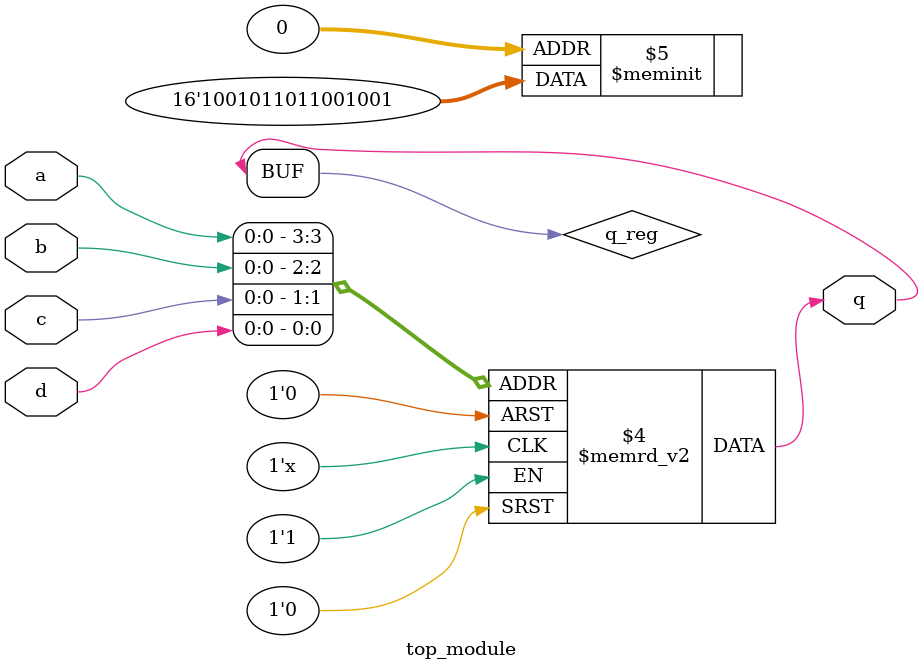
<source format=sv>
module top_module (
    input a, 
    input b, 
    input c, 
    input d,
    output q
);

reg q_reg;

always @(*) begin
    case ({a, b, c, d})
        4'b0000: q_reg = 1'b1;
        4'b0001: q_reg = 1'b0;
        4'b0010: q_reg = 1'b0;
        4'b0011: q_reg = 1'b1;
        4'b0100: q_reg = 1'b0;
        4'b0101: q_reg = 1'b0;
        4'b0110: q_reg = 1'b1;
        4'b0111: q_reg = 1'b1;
        4'b1000: q_reg = 1'b0;
        4'b1001: q_reg = 1'b1;
        4'b1010: q_reg = 1'b1;
        4'b1011: q_reg = 1'b0;
        4'b1100: q_reg = 1'b1;
        4'b1101: q_reg = 1'b0;
        4'b1110: q_reg = 1'b0;
        4'b1111: q_reg = 1'b1;
    endcase
end

assign q = q_reg;

endmodule

</source>
